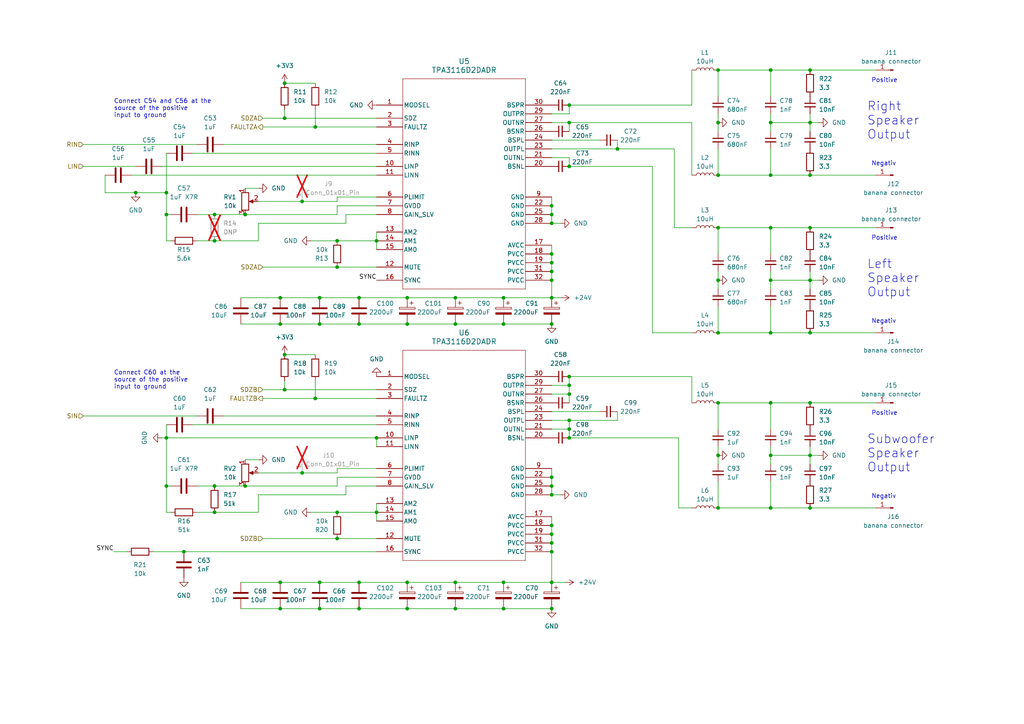
<source format=kicad_sch>
(kicad_sch (version 20231120) (generator "eeschema") (generator_version "8.0")
  (paper "A4")
  (junction (at 165.1 124.46))
  (junction (at 208.28 50.8))
  (junction (at 118.11 93.98))
  (junction (at 234.95 116.84))
  (junction (at 62.23 69.85))
  (junction (at 208.28 147.32))
  (junction (at 223.52 132.08))
  (junction (at 132.08 93.98))
  (junction (at 160.02 160.02))
  (junction (at 160.02 78.74))
  (junction (at 71.12 140.97))
  (junction (at 208.28 20.32))
  (junction (at 92.71 86.36))
  (junction (at 223.52 116.84))
  (junction (at 146.05 86.36))
  (junction (at 160.02 59.69))
  (junction (at 160.02 62.23))
  (junction (at 48.26 127))
  (junction (at 87.63 137.16))
  (junction (at 208.28 66.04))
  (junction (at 81.28 86.36))
  (junction (at 234.95 35.56))
  (junction (at 160.02 86.36))
  (junction (at 208.28 132.08))
  (junction (at 104.14 93.98))
  (junction (at 165.1 114.3))
  (junction (at 104.14 86.36))
  (junction (at 223.52 66.04))
  (junction (at 165.1 121.92))
  (junction (at 97.79 156.21))
  (junction (at 146.05 176.53))
  (junction (at 39.37 55.88))
  (junction (at 48.26 140.97))
  (junction (at 48.26 55.88))
  (junction (at 223.52 35.56))
  (junction (at 91.44 36.83))
  (junction (at 165.1 109.22))
  (junction (at 234.95 66.04))
  (junction (at 160.02 176.53))
  (junction (at 208.28 81.28))
  (junction (at 160.02 73.66))
  (junction (at 234.95 20.32))
  (junction (at 160.02 81.28))
  (junction (at 179.07 43.18))
  (junction (at 160.02 157.48))
  (junction (at 234.95 132.08))
  (junction (at 165.1 111.76))
  (junction (at 160.02 64.77))
  (junction (at 92.71 168.91))
  (junction (at 165.1 127))
  (junction (at 160.02 93.98))
  (junction (at 208.28 35.56))
  (junction (at 234.95 81.28))
  (junction (at 104.14 168.91))
  (junction (at 160.02 138.43))
  (junction (at 81.28 176.53))
  (junction (at 208.28 96.52))
  (junction (at 223.52 96.52))
  (junction (at 82.55 34.29))
  (junction (at 118.11 168.91))
  (junction (at 223.52 20.32))
  (junction (at 97.79 148.59))
  (junction (at 160.02 168.91))
  (junction (at 71.12 62.23))
  (junction (at 81.28 93.98))
  (junction (at 132.08 168.91))
  (junction (at 62.23 62.23))
  (junction (at 82.55 24.13))
  (junction (at 91.44 115.57))
  (junction (at 53.34 160.02))
  (junction (at 146.05 168.91))
  (junction (at 146.05 93.98))
  (junction (at 132.08 176.53))
  (junction (at 234.95 50.8))
  (junction (at 160.02 76.2))
  (junction (at 234.95 147.32))
  (junction (at 160.02 152.4))
  (junction (at 160.02 154.94))
  (junction (at 82.55 113.03))
  (junction (at 109.22 127))
  (junction (at 234.95 96.52))
  (junction (at 165.1 35.56))
  (junction (at 87.63 58.42))
  (junction (at 118.11 176.53))
  (junction (at 81.28 168.91))
  (junction (at 97.79 69.85))
  (junction (at 223.52 81.28))
  (junction (at 208.28 116.84))
  (junction (at 165.1 30.48))
  (junction (at 92.71 176.53))
  (junction (at 97.79 77.47))
  (junction (at 92.71 93.98))
  (junction (at 104.14 176.53))
  (junction (at 118.11 86.36))
  (junction (at 132.08 86.36))
  (junction (at 160.02 143.51))
  (junction (at 109.22 69.85))
  (junction (at 223.52 50.8))
  (junction (at 109.22 148.59))
  (junction (at 62.23 140.97))
  (junction (at 160.02 140.97))
  (junction (at 82.55 102.87))
  (junction (at 48.26 62.23))
  (junction (at 62.23 148.59))
  (junction (at 223.52 147.32))
  (junction (at 165.1 48.26))
  (wire (pts (xy 234.95 81.28) (xy 237.49 81.28)))
  (wire (pts (xy 165.1 127) (xy 196.85 127)))
  (wire (pts (xy 104.14 168.91) (xy 118.11 168.91)))
  (wire (pts (xy 223.52 33.02) (xy 223.52 35.56)))
  (wire (pts (xy 165.1 33.02) (xy 165.1 30.48)))
  (wire (pts (xy 160.02 119.38) (xy 173.99 119.38)))
  (wire (pts (xy 160.02 114.3) (xy 165.1 114.3)))
  (wire (pts (xy 74.93 137.16) (xy 87.63 137.16)))
  (wire (pts (xy 200.66 30.48) (xy 165.1 30.48)))
  (wire (pts (xy 48.26 148.59) (xy 49.53 148.59)))
  (wire (pts (xy 223.52 35.56) (xy 234.95 35.56)))
  (wire (pts (xy 62.23 69.85) (xy 74.93 69.85)))
  (wire (pts (xy 195.58 66.04) (xy 200.66 66.04)))
  (wire (pts (xy 97.79 148.59) (xy 109.22 148.59)))
  (wire (pts (xy 234.95 129.54) (xy 234.95 132.08)))
  (wire (pts (xy 165.1 121.92) (xy 165.1 124.46)))
  (wire (pts (xy 160.02 62.23) (xy 160.02 64.77)))
  (wire (pts (xy 97.79 140.97) (xy 97.79 138.43)))
  (wire (pts (xy 160.02 78.74) (xy 160.02 81.28)))
  (wire (pts (xy 62.23 140.97) (xy 71.12 140.97)))
  (wire (pts (xy 223.52 66.04) (xy 223.52 73.66)))
  (wire (pts (xy 160.02 138.43) (xy 160.02 140.97)))
  (wire (pts (xy 91.44 115.57) (xy 109.22 115.57)))
  (wire (pts (xy 92.71 93.98) (xy 104.14 93.98)))
  (wire (pts (xy 200.66 109.22) (xy 165.1 109.22)))
  (wire (pts (xy 208.28 96.52) (xy 208.28 88.9)))
  (wire (pts (xy 91.44 36.83) (xy 109.22 36.83)))
  (wire (pts (xy 234.95 20.32) (xy 254 20.32)))
  (wire (pts (xy 189.23 48.26) (xy 189.23 96.52)))
  (wire (pts (xy 100.33 64.77) (xy 74.93 64.77)))
  (wire (pts (xy 44.45 160.02) (xy 53.34 160.02)))
  (wire (pts (xy 74.93 64.77) (xy 74.93 69.85)))
  (wire (pts (xy 109.22 140.97) (xy 100.33 140.97)))
  (wire (pts (xy 165.1 48.26) (xy 189.23 48.26)))
  (wire (pts (xy 46.99 127) (xy 48.26 127)))
  (wire (pts (xy 179.07 119.38) (xy 179.07 121.92)))
  (wire (pts (xy 82.55 34.29) (xy 109.22 34.29)))
  (wire (pts (xy 97.79 58.42) (xy 97.79 57.15)))
  (wire (pts (xy 196.85 147.32) (xy 200.66 147.32)))
  (wire (pts (xy 208.28 132.08) (xy 208.28 134.62)))
  (wire (pts (xy 118.11 168.91) (xy 132.08 168.91)))
  (wire (pts (xy 104.14 176.53) (xy 118.11 176.53)))
  (wire (pts (xy 81.28 86.36) (xy 92.71 86.36)))
  (wire (pts (xy 179.07 43.18) (xy 195.58 43.18)))
  (wire (pts (xy 234.95 132.08) (xy 237.49 132.08)))
  (wire (pts (xy 24.13 41.91) (xy 57.15 41.91)))
  (wire (pts (xy 55.88 44.45) (xy 109.22 44.45)))
  (wire (pts (xy 165.1 35.56) (xy 165.1 38.1)))
  (wire (pts (xy 208.28 129.54) (xy 208.28 132.08)))
  (wire (pts (xy 223.52 35.56) (xy 223.52 38.1)))
  (wire (pts (xy 64.77 120.65) (xy 109.22 120.65)))
  (wire (pts (xy 76.2 77.47) (xy 97.79 77.47)))
  (wire (pts (xy 48.26 123.19) (xy 48.26 127)))
  (wire (pts (xy 208.28 116.84) (xy 223.52 116.84)))
  (wire (pts (xy 81.28 93.98) (xy 92.71 93.98)))
  (wire (pts (xy 76.2 115.57) (xy 91.44 115.57)))
  (wire (pts (xy 160.02 76.2) (xy 160.02 78.74)))
  (wire (pts (xy 165.1 111.76) (xy 165.1 109.22)))
  (wire (pts (xy 132.08 176.53) (xy 146.05 176.53)))
  (wire (pts (xy 234.95 96.52) (xy 254 96.52)))
  (wire (pts (xy 223.52 116.84) (xy 223.52 124.46)))
  (wire (pts (xy 208.28 147.32) (xy 208.28 139.7)))
  (wire (pts (xy 48.26 55.88) (xy 48.26 62.23)))
  (wire (pts (xy 160.02 168.91) (xy 146.05 168.91)))
  (wire (pts (xy 223.52 81.28) (xy 234.95 81.28)))
  (wire (pts (xy 132.08 86.36) (xy 146.05 86.36)))
  (wire (pts (xy 208.28 116.84) (xy 208.28 124.46)))
  (wire (pts (xy 30.48 55.88) (xy 39.37 55.88)))
  (wire (pts (xy 165.1 114.3) (xy 165.1 116.84)))
  (wire (pts (xy 62.23 148.59) (xy 74.93 148.59)))
  (wire (pts (xy 200.66 20.32) (xy 200.66 30.48)))
  (wire (pts (xy 57.15 140.97) (xy 62.23 140.97)))
  (wire (pts (xy 118.11 86.36) (xy 132.08 86.36)))
  (wire (pts (xy 97.79 62.23) (xy 97.79 59.69)))
  (wire (pts (xy 97.79 77.47) (xy 109.22 77.47)))
  (wire (pts (xy 24.13 48.26) (xy 39.37 48.26)))
  (wire (pts (xy 74.93 143.51) (xy 74.93 148.59)))
  (wire (pts (xy 109.22 62.23) (xy 100.33 62.23)))
  (wire (pts (xy 234.95 35.56) (xy 237.49 35.56)))
  (wire (pts (xy 92.71 86.36) (xy 104.14 86.36)))
  (wire (pts (xy 97.79 156.21) (xy 109.22 156.21)))
  (wire (pts (xy 104.14 93.98) (xy 118.11 93.98)))
  (wire (pts (xy 160.02 135.89) (xy 160.02 138.43)))
  (wire (pts (xy 234.95 81.28) (xy 234.95 83.82)))
  (wire (pts (xy 82.55 24.13) (xy 91.44 24.13)))
  (wire (pts (xy 200.66 109.22) (xy 200.66 116.84)))
  (wire (pts (xy 165.1 124.46) (xy 160.02 124.46)))
  (wire (pts (xy 223.52 78.74) (xy 223.52 81.28)))
  (wire (pts (xy 76.2 113.03) (xy 82.55 113.03)))
  (wire (pts (xy 160.02 71.12) (xy 160.02 73.66)))
  (wire (pts (xy 81.28 176.53) (xy 69.85 176.53)))
  (wire (pts (xy 100.33 140.97) (xy 100.33 143.51)))
  (wire (pts (xy 48.26 140.97) (xy 49.53 140.97)))
  (wire (pts (xy 160.02 59.69) (xy 160.02 62.23)))
  (wire (pts (xy 97.79 59.69) (xy 109.22 59.69)))
  (wire (pts (xy 223.52 139.7) (xy 223.52 147.32)))
  (wire (pts (xy 208.28 78.74) (xy 208.28 81.28)))
  (wire (pts (xy 38.1 50.8) (xy 109.22 50.8)))
  (wire (pts (xy 81.28 168.91) (xy 69.85 168.91)))
  (wire (pts (xy 33.02 160.02) (xy 36.83 160.02)))
  (wire (pts (xy 208.28 81.28) (xy 208.28 83.82)))
  (wire (pts (xy 81.28 86.36) (xy 69.85 86.36)))
  (wire (pts (xy 223.52 88.9) (xy 223.52 96.52)))
  (wire (pts (xy 223.52 43.18) (xy 223.52 50.8)))
  (wire (pts (xy 46.99 48.26) (xy 109.22 48.26)))
  (wire (pts (xy 57.15 62.23) (xy 62.23 62.23)))
  (wire (pts (xy 97.79 69.85) (xy 90.17 69.85)))
  (wire (pts (xy 91.44 110.49) (xy 91.44 115.57)))
  (wire (pts (xy 165.1 45.72) (xy 165.1 48.26)))
  (wire (pts (xy 223.52 132.08) (xy 234.95 132.08)))
  (wire (pts (xy 104.14 86.36) (xy 118.11 86.36)))
  (wire (pts (xy 163.83 168.91) (xy 160.02 168.91)))
  (wire (pts (xy 208.28 147.32) (xy 223.52 147.32)))
  (wire (pts (xy 165.1 124.46) (xy 165.1 127)))
  (wire (pts (xy 165.1 111.76) (xy 165.1 114.3)))
  (wire (pts (xy 208.28 20.32) (xy 223.52 20.32)))
  (wire (pts (xy 81.28 93.98) (xy 69.85 93.98)))
  (wire (pts (xy 160.02 157.48) (xy 160.02 160.02)))
  (wire (pts (xy 74.93 133.35) (xy 71.12 133.35)))
  (wire (pts (xy 30.48 55.88) (xy 30.48 50.8)))
  (wire (pts (xy 160.02 43.18) (xy 179.07 43.18)))
  (wire (pts (xy 160.02 35.56) (xy 165.1 35.56)))
  (wire (pts (xy 234.95 78.74) (xy 234.95 81.28)))
  (wire (pts (xy 160.02 152.4) (xy 160.02 154.94)))
  (wire (pts (xy 109.22 148.59) (xy 109.22 151.13)))
  (wire (pts (xy 76.2 36.83) (xy 91.44 36.83)))
  (wire (pts (xy 160.02 73.66) (xy 160.02 76.2)))
  (wire (pts (xy 132.08 93.98) (xy 146.05 93.98)))
  (wire (pts (xy 48.26 62.23) (xy 49.53 62.23)))
  (wire (pts (xy 97.79 138.43) (xy 109.22 138.43)))
  (wire (pts (xy 223.52 147.32) (xy 234.95 147.32)))
  (wire (pts (xy 57.15 69.85) (xy 62.23 69.85)))
  (wire (pts (xy 223.52 81.28) (xy 223.52 83.82)))
  (wire (pts (xy 160.02 81.28) (xy 160.02 86.36)))
  (wire (pts (xy 189.23 96.52) (xy 200.66 96.52)))
  (wire (pts (xy 223.52 20.32) (xy 234.95 20.32)))
  (wire (pts (xy 39.37 55.88) (xy 48.26 55.88)))
  (wire (pts (xy 48.26 140.97) (xy 48.26 148.59)))
  (wire (pts (xy 55.88 123.19) (xy 109.22 123.19)))
  (wire (pts (xy 97.79 148.59) (xy 90.17 148.59)))
  (wire (pts (xy 179.07 40.64) (xy 179.07 43.18)))
  (wire (pts (xy 97.79 69.85) (xy 109.22 69.85)))
  (wire (pts (xy 132.08 168.91) (xy 146.05 168.91)))
  (wire (pts (xy 162.56 86.36) (xy 160.02 86.36)))
  (wire (pts (xy 160.02 140.97) (xy 160.02 143.51)))
  (wire (pts (xy 234.95 35.56) (xy 234.95 38.1)))
  (wire (pts (xy 223.52 132.08) (xy 223.52 134.62)))
  (wire (pts (xy 82.55 31.75) (xy 82.55 34.29)))
  (wire (pts (xy 82.55 110.49) (xy 82.55 113.03)))
  (wire (pts (xy 234.95 66.04) (xy 254 66.04)))
  (wire (pts (xy 97.79 57.15) (xy 109.22 57.15)))
  (wire (pts (xy 100.33 143.51) (xy 74.93 143.51)))
  (wire (pts (xy 71.12 62.23) (xy 97.79 62.23)))
  (wire (pts (xy 208.28 66.04) (xy 223.52 66.04)))
  (wire (pts (xy 118.11 93.98) (xy 132.08 93.98)))
  (wire (pts (xy 109.22 69.85) (xy 109.22 72.39)))
  (wire (pts (xy 208.28 20.32) (xy 208.28 27.94)))
  (wire (pts (xy 234.95 116.84) (xy 254 116.84)))
  (wire (pts (xy 223.52 66.04) (xy 234.95 66.04)))
  (wire (pts (xy 195.58 43.18) (xy 195.58 66.04)))
  (wire (pts (xy 165.1 35.56) (xy 200.66 35.56)))
  (wire (pts (xy 62.23 62.23) (xy 71.12 62.23)))
  (wire (pts (xy 104.14 168.91) (xy 92.71 168.91)))
  (wire (pts (xy 160.02 176.53) (xy 146.05 176.53)))
  (wire (pts (xy 208.28 50.8) (xy 223.52 50.8)))
  (wire (pts (xy 109.22 127) (xy 109.22 129.54)))
  (wire (pts (xy 160.02 45.72) (xy 165.1 45.72)))
  (wire (pts (xy 160.02 33.02) (xy 165.1 33.02)))
  (wire (pts (xy 76.2 34.29) (xy 82.55 34.29)))
  (wire (pts (xy 160.02 93.98) (xy 146.05 93.98)))
  (wire (pts (xy 82.55 113.03) (xy 109.22 113.03)))
  (wire (pts (xy 223.52 20.32) (xy 223.52 27.94)))
  (wire (pts (xy 200.66 35.56) (xy 200.66 50.8)))
  (wire (pts (xy 234.95 132.08) (xy 234.95 134.62)))
  (wire (pts (xy 160.02 57.15) (xy 160.02 59.69)))
  (wire (pts (xy 92.71 176.53) (xy 81.28 176.53)))
  (wire (pts (xy 57.15 148.59) (xy 62.23 148.59)))
  (wire (pts (xy 208.28 33.02) (xy 208.28 35.56)))
  (wire (pts (xy 160.02 111.76) (xy 165.1 111.76)))
  (wire (pts (xy 160.02 86.36) (xy 146.05 86.36)))
  (wire (pts (xy 160.02 149.86) (xy 160.02 152.4)))
  (wire (pts (xy 234.95 33.02) (xy 234.95 35.56)))
  (wire (pts (xy 223.52 116.84) (xy 234.95 116.84)))
  (wire (pts (xy 64.77 41.91) (xy 109.22 41.91)))
  (wire (pts (xy 208.28 96.52) (xy 223.52 96.52)))
  (wire (pts (xy 91.44 31.75) (xy 91.44 36.83)))
  (wire (pts (xy 165.1 121.92) (xy 179.07 121.92)))
  (wire (pts (xy 104.14 176.53) (xy 92.71 176.53)))
  (wire (pts (xy 160.02 160.02) (xy 160.02 168.91)))
  (wire (pts (xy 196.85 127) (xy 196.85 147.32)))
  (wire (pts (xy 223.52 96.52) (xy 234.95 96.52)))
  (wire (pts (xy 160.02 154.94) (xy 160.02 157.48)))
  (wire (pts (xy 208.28 35.56) (xy 208.28 38.1)))
  (wire (pts (xy 97.79 137.16) (xy 97.79 135.89)))
  (wire (pts (xy 118.11 176.53) (xy 132.08 176.53)))
  (wire (pts (xy 48.26 69.85) (xy 49.53 69.85)))
  (wire (pts (xy 208.28 66.04) (xy 208.28 73.66)))
  (wire (pts (xy 87.63 137.16) (xy 97.79 137.16)))
  (wire (pts (xy 162.56 143.51) (xy 160.02 143.51)))
  (wire (pts (xy 87.63 58.42) (xy 97.79 58.42)))
  (wire (pts (xy 48.26 62.23) (xy 48.26 69.85)))
  (wire (pts (xy 223.52 129.54) (xy 223.52 132.08)))
  (wire (pts (xy 97.79 135.89) (xy 109.22 135.89)))
  (wire (pts (xy 162.56 64.77) (xy 160.02 64.77)))
  (wire (pts (xy 109.22 146.05) (xy 109.22 148.59)))
  (wire (pts (xy 74.93 58.42) (xy 87.63 58.42)))
  (wire (pts (xy 234.95 147.32) (xy 254 147.32)))
  (wire (pts (xy 24.13 120.65) (xy 57.15 120.65)))
  (wire (pts (xy 74.93 54.61) (xy 71.12 54.61)))
  (wire (pts (xy 234.95 50.8) (xy 254 50.8)))
  (wire (pts (xy 48.26 127) (xy 48.26 140.97)))
  (wire (pts (xy 53.34 160.02) (xy 109.22 160.02)))
  (wire (pts (xy 48.26 44.45) (xy 48.26 55.88)))
  (wire (pts (xy 165.1 121.92) (xy 160.02 121.92)))
  (wire (pts (xy 48.26 127) (xy 109.22 127)))
  (wire (pts (xy 82.55 102.87) (xy 91.44 102.87)))
  (wire (pts (xy 223.52 50.8) (xy 234.95 50.8)))
  (wire (pts (xy 109.22 67.31) (xy 109.22 69.85)))
  (wire (pts (xy 76.2 156.21) (xy 97.79 156.21)))
  (wire (pts (xy 160.02 40.64) (xy 173.99 40.64)))
  (wire (pts (xy 208.28 50.8) (xy 208.28 43.18)))
  (wire (pts (xy 71.12 140.97) (xy 97.79 140.97)))
  (wire (pts (xy 100.33 62.23) (xy 100.33 64.77)))
  (wire (pts (xy 81.28 168.91) (xy 92.71 168.91)))
  (text "Negativ" (at 252.73 48.26 0) (effects (font (size 1.27 1.27)) (justify left bottom)))
  (text "Negativ" (at 252.73 144.78 0) (effects (font (size 1.27 1.27)) (justify left bottom)))
  (text "Subwoofer \nSpeaker \nOutput" (at 251.46 137.16 0) (effects (font (size 2.54 2.54)) (justify left bottom)))
  (text "Positive" (at 252.73 24.13 0) (effects (font (size 1.27 1.27)) (justify left bottom)))
  (text "Connect C54 and C56 at the \nsource of the positive \ninput to ground" (at 33.02 34.29 0) (effects (font (size 1.27 1.27)) (justify left bottom)))
  (text "Positive" (at 252.73 69.85 0) (effects (font (size 1.27 1.27)) (justify left bottom)))
  (text "Negativ" (at 252.73 93.98 0) (effects (font (size 1.27 1.27)) (justify left bottom)))
  (text "Left \nSpeaker \nOutput" (at 251.46 86.36 0) (effects (font (size 2.54 2.54)) (justify left bottom)))
  (text "Connect C60 at the \nsource of the positive \ninput to ground" (at 33.02 113.03 0) (effects (font (size 1.27 1.27)) (justify left bottom)))
  (text "Positive" (at 252.73 120.65 0) (effects (font (size 1.27 1.27)) (justify left bottom)))
  (text "Right \nSpeaker \nOutput" (at 251.46 40.64 0) (effects (font (size 2.54 2.54)) (justify left bottom)))
  (label "SYNC" (at 33.02 160.02 180))
  (label "SYNC" (at 109.22 81.28 180))
  (hierarchical_label "SDZA" (shape input) (at 76.2 34.29 180))
  (hierarchical_label "SIN" (shape input) (at 24.13 120.65 180))
  (hierarchical_label "FAULTZA" (shape output) (at 76.2 36.83 180))
  (hierarchical_label "RIN" (shape input) (at 24.13 41.91 180))
  (hierarchical_label "LIN" (shape input) (at 24.13 48.26 180))
  (hierarchical_label "SDZB" (shape input) (at 76.2 156.21 180))
  (hierarchical_label "SDZA" (shape input) (at 76.2 77.47 180))
  (hierarchical_label "FAULTZB" (shape output) (at 76.2 115.57 180))
  (hierarchical_label "SDZB" (shape input) (at 76.2 113.03 180))
  (symbol (lib_id "Endstufe:C_Small") (at 162.56 30.48 90) (unit 1)
    (property "Reference" "C64" (at 162.5663 24.13 90))
    (property "Value" "220nF" (at 162.5663 26.67 90))
    (property "Footprint" "Endstufe:C_0805_2012Metric" (effects (hide yes)))
    (property "LCSC Part #" "C5378" (effects (hide yes)))
  )
  (symbol (lib_id "Endstufe:R") (at 97.79 73.66 0) (unit 1)
    (property "Reference" "R13" (at 95.25 74.93 0) (effects (justify right)))
    (property "Value" "10k" (at 95.25 72.39 0) (effects (justify right)))
    (property "Footprint" "Endstufe:C_0402_1005Metric" (effects (hide yes)))
    (property "LCSC Part #" "C25744" (effects (hide yes)))
  )
  (symbol (lib_id "Endstufe:C") (at 104.14 172.72 0) (mirror y) (unit 1)
    (property "Reference" "C66" (at 100.33 171.45 0) (effects (justify left)))
    (property "Value" "100nF" (at 100.33 173.99 0) (effects (justify left)))
    (property "Footprint" "Endstufe:C_0402_1005Metric" (effects (hide yes)))
    (property "LCSC Part #" "C307331" (effects (hide yes)))
  )
  (symbol (lib_id "Endstufe:R") (at 53.34 148.59 270) (unit 1)
    (property "Reference" "R16" (at 53.34 151.13 90))
    (property "Value" "51k" (at 53.34 153.67 90))
    (property "Footprint" "Endstufe:R_0402_1005Metric" (effects (hide yes)))
    (property "LCSC Part #" "C25794" (effects (hide yes)))
  )
  (symbol (lib_id "Endstufe:C_Small") (at 176.53 40.64 90) (unit 1)
    (property "Reference" "C72" (at 182.88 38.1 90))
    (property "Value" "220nF" (at 182.88 40.64 90))
    (property "Footprint" "Endstufe:C_0805_2012Metric" (effects (hide yes)))
    (property "LCSC Part #" "C5378" (effects (hide yes)))
  )
  (symbol (lib_id "Endstufe:C_Small") (at 234.95 76.2 0) (unit 1)
    (property "Reference" "C84" (at 237.49 74.9363 0) (effects (justify left)))
    (property "Value" "10nF" (at 237.49 77.4763 0) (effects (justify left)))
    (property "Footprint" "Endstufe:C_1206_3216Metric" (effects (hide yes)))
    (property "LCSC Part #" "C9194" (effects (hide yes)))
  )
  (symbol (lib_id "Endstufe:R_Potentiometer") (at 71.12 137.16 0) (unit 1)
    (property "Reference" "RV2" (at 68.58 135.89 0) (effects (justify right)))
    (property "Value" "10k" (at 68.58 138.43 0) (effects (justify right)))
    (property "Footprint" "Endstufe:Potentiometer_Bourns_3314G_Vertical" (effects (hide yes)))
    (property "LCSC Part #" "C780220" (effects (hide yes)))
  )
  (symbol (lib_id "Endstufe:L") (at 204.47 66.04 90) (unit 1)
    (property "Reference" "L3" (at 204.47 60.96 90))
    (property "Value" "10uH" (at 204.47 63.5 90))
    (property "Footprint" "Endstufe:IND-SMD_L8.5-W8.0_PCC-M0854M" (effects (hide yes)))
    (property "LCSC Part #" "C2962885" (effects (hide yes)))
  )
  (symbol (lib_id "Endstufe:GND") (at 160.02 93.98 0) (mirror y) (unit 1)
    (property "Reference" "#PWR065" (effects (hide yes)))
    (property "Value" "GND" (at 160.02 99.06 0))
  )
  (symbol (lib_id "Endstufe:C_Small") (at 162.56 48.26 90) (unit 1)
    (property "Reference" "C73" (at 168.91 44.45 90))
    (property "Value" "220nF" (at 168.91 46.99 90))
    (property "Footprint" "Endstufe:C_0805_2012Metric" (effects (hide yes)))
    (property "LCSC Part #" "C5378" (effects (hide yes)))
  )
  (symbol (lib_id "Endstufe:C") (at 52.07 44.45 90) (unit 1)
    (property "Reference" "C54" (at 52.07 36.83 90))
    (property "Value" "1uF" (at 52.07 39.37 90))
    (property "Footprint" "Endstufe:C_0805_2012Metric" (effects (hide yes)))
    (property "LCSC Part #" "C28323" (effects (hide yes)))
  )
  (symbol (lib_id "Endstufe:C_Small") (at 208.28 127 0) (unit 1)
    (property "Reference" "C92" (at 210.82 125.7363 0) (effects (justify left)))
    (property "Value" "1uF" (at 210.82 128.2763 0) (effects (justify left)))
    (property "Footprint" "Endstufe:C_0805_2012Metric" (effects (hide yes)))
    (property "LCSC Part #" "C28323" (effects (hide yes)))
  )
  (symbol (lib_id "Endstufe:Conn_01x01_Pin") (at 87.63 132.08 270) (unit 1) (dnp yes)
    (property "Reference" "J10" (at 95.25 132.08 90))
    (property "Value" "Conn_01x01_Pin" (at 96.52 134.62 90))
    (property "Footprint" "Endstufe:PinHeader_1x01_P2.54mm_Vertical" (effects (hide yes)))
    (property "LCSC Part #" "-" (effects (hide yes)))
  )
  (symbol (lib_id "Endstufe:C_Small") (at 162.56 116.84 90) (unit 1)
    (property "Reference" "C59" (at 168.91 115.57 90))
    (property "Value" "220nF" (at 168.91 118.11 90))
    (property "Footprint" "Endstufe:C_0805_2012Metric" (effects (hide yes)))
    (property "LCSC Part #" "C5378" (effects (hide yes)))
  )
  (symbol (lib_id "Endstufe:C") (at 104.14 90.17 0) (mirror y) (unit 1)
    (property "Reference" "C89" (at 100.33 88.9 0) (effects (justify left)))
    (property "Value" "100nF" (at 100.33 91.44 0) (effects (justify left)))
    (property "Footprint" "Endstufe:C_0402_1005Metric" (effects (hide yes)))
    (property "LCSC Part #" "C307331" (effects (hide yes)))
  )
  (symbol (lib_id "Endstufe:R") (at 234.95 143.51 0) (unit 1)
    (property "Reference" "R27" (at 237.49 142.24 0) (effects (justify left)))
    (property "Value" "3.3" (at 237.49 144.78 0) (effects (justify left)))
    (property "Footprint" "Endstufe:R_1206_3216Metric" (effects (hide yes)))
    (property "LCSC Part #" "C2930397" (effects (hide yes)))
  )
  (symbol (lib_id "Endstufe:C_Small") (at 208.28 30.48 0) (unit 1)
    (property "Reference" "C74" (at 210.82 29.2163 0) (effects (justify left)))
    (property "Value" "680nF" (at 210.82 31.7563 0) (effects (justify left)))
    (property "Footprint" "Endstufe:C_1206_3216Metric" (effects (hide yes)))
    (property "LCSC Part #" "C2835168" (effects (hide yes)))
  )
  (symbol (lib_id "Endstufe:GND") (at 53.34 167.64 0) (unit 1)
    (property "Reference" "#PWR064" (effects (hide yes)))
    (property "Value" "GND" (at 53.34 172.72 0))
  )
  (symbol (lib_id "Endstufe:C") (at 34.29 50.8 90) (unit 1)
    (property "Reference" "C56" (at 34.29 43.18 90))
    (property "Value" "1uF" (at 34.29 45.72 90))
    (property "Footprint" "Endstufe:C_0805_2012Metric" (effects (hide yes)))
    (property "LCSC Part #" "C28323" (effects (hide yes)))
  )
  (symbol (lib_id "Endstufe:Conn_01x01_Pin") (at 259.08 66.04 180) (unit 1)
    (property "Reference" "J13" (at 258.445 60.96 0))
    (property "Value" "banana connector" (at 258.445 63.5 0))
    (property "Footprint" "Endstufe:CONN_973582100_HRS" (effects (hide yes)))
    (property "LCSC Part #" "-" (effects (hide yes)))
  )
  (symbol (lib_id "Endstufe:C_Polarized") (at 146.05 172.72 0) (mirror y) (unit 1)
    (property "Reference" "C71" (at 142.24 170.561 0) (effects (justify left)))
    (property "Value" "2200uF" (at 142.24 173.101 0) (effects (justify left)))
    (property "Footprint" "Endstufe:CP_Radial_D18.0mm_P7.50mm" (effects (hide yes)))
    (property "LCSC Part #" "C443034" (effects (hide yes)))
  )
  (symbol (lib_id "Endstufe:Conn_01x01_Pin") (at 259.08 50.8 180) (unit 1)
    (property "Reference" "J12" (at 259.08 53.34 0))
    (property "Value" "banana connector" (at 259.08 55.88 0))
    (property "Footprint" "Endstufe:CONN_973582100_HRS" (effects (hide yes)))
    (property "LCSC Part #" "-" (effects (hide yes)))
  )
  (symbol (lib_id "Endstufe:L") (at 204.47 116.84 90) (unit 1)
    (property "Reference" "L5" (at 204.47 111.76 90))
    (property "Value" "10uH" (at 204.47 114.3 90))
    (property "Footprint" "Endstufe:IND-SMD_L8.5-W8.0_PCC-M0854M" (effects (hide yes)))
    (property "LCSC Part #" "C2962885" (effects (hide yes)))
  )
  (symbol (lib_id "Endstufe:C") (at 81.28 172.72 0) (mirror y) (unit 1)
    (property "Reference" "C68" (at 77.47 171.45 0) (effects (justify left)))
    (property "Value" "10uF" (at 77.47 173.99 0) (effects (justify left)))
    (property "Footprint" "Endstufe:C_1206_3216Metric" (effects (hide yes)))
    (property "LCSC Part #" "C89632" (effects (hide yes)))
  )
  (symbol (lib_id "Endstufe:C_Small") (at 234.95 40.64 0) (unit 1)
    (property "Reference" "C80" (at 237.49 39.3763 0) (effects (justify left)))
    (property "Value" "10nF" (at 237.49 41.9163 0) (effects (justify left)))
    (property "Footprint" "Endstufe:C_1206_3216Metric" (effects (hide yes)))
    (property "LCSC Part #" "C9194" (effects (hide yes)))
  )
  (symbol (lib_id "Endstufe:R") (at 62.23 144.78 0) (unit 1)
    (property "Reference" "R17" (at 64.77 143.51 0) (effects (justify left)))
    (property "Value" "51k" (at 64.77 146.05 0) (effects (justify left)))
    (property "Footprint" "Endstufe:R_0402_1005Metric" (effects (hide yes)))
    (property "LCSC Part #" "C25794" (effects (hide yes)))
  )
  (symbol (lib_id "Endstufe:L") (at 204.47 96.52 90) (unit 1)
    (property "Reference" "L4" (at 204.47 91.44 90))
    (property "Value" "10uH" (at 204.47 93.98 90))
    (property "Footprint" "Endstufe:IND-SMD_L8.5-W8.0_PCC-M0854M" (effects (hide yes)))
    (property "LCSC Part #" "C2962885" (effects (hide yes)))
  )
  (symbol (lib_id "Endstufe:C_Polarized") (at 132.08 90.17 0) (mirror y) (unit 1)
    (property "Reference" "C101" (at 128.27 88.011 0) (effects (justify left)))
    (property "Value" "2200uF" (at 128.27 90.551 0) (effects (justify left)))
    (property "Footprint" "Endstufe:CP_Radial_D18.0mm_P7.50mm" (effects (hide yes)))
    (property "LCSC Part #" "C443034" (effects (hide yes)))
  )
  (symbol (lib_id "Endstufe:C") (at 69.85 172.72 0) (mirror y) (unit 1)
    (property "Reference" "C69" (at 66.04 171.45 0) (effects (justify left)))
    (property "Value" "10uF" (at 66.04 173.99 0) (effects (justify left)))
    (property "Footprint" "Endstufe:C_1206_3216Metric" (effects (hide yes)))
    (property "LCSC Part #" "C89632" (effects (hide yes)))
  )
  (symbol (lib_id "Endstufe:C") (at 53.34 62.23 90) (unit 1)
    (property "Reference" "C57" (at 53.34 54.61 90))
    (property "Value" "1uF X7R" (at 53.34 57.15 90))
    (property "Footprint" "Endstufe:C_0805_2012Metric" (effects (hide yes)))
    (property "LCSC Part #" "C28323" (effects (hide yes)))
  )
  (symbol (lib_id "Endstufe:R") (at 234.95 24.13 0) (unit 1)
    (property "Reference" "R22" (at 237.49 22.86 0) (effects (justify left)))
    (property "Value" "3.3" (at 237.49 25.4 0) (effects (justify left)))
    (property "Footprint" "Endstufe:R_1206_3216Metric" (effects (hide yes)))
    (property "LCSC Part #" "C2930397" (effects (hide yes)))
  )
  (symbol (lib_id "Endstufe:R") (at 97.79 152.4 0) (unit 1)
    (property "Reference" "R20" (at 95.25 153.67 0) (effects (justify right)))
    (property "Value" "10k" (at 95.25 151.13 0) (effects (justify right)))
    (property "Footprint" "Endstufe:C_0402_1005Metric" (effects (hide yes)))
    (property "LCSC Part #" "C25744" (effects (hide yes)))
  )
  (symbol (lib_id "Endstufe:C_Small") (at 223.52 86.36 0) (unit 1)
    (property "Reference" "C83" (at 226.06 85.0963 0) (effects (justify left)))
    (property "Value" "1nF" (at 226.06 87.6363 0) (effects (justify left)))
    (property "Footprint" "Endstufe:C_1206_3216Metric" (effects (hide yes)))
    (property "LCSC Part #" "C5137603" (effects (hide yes)))
  )
  (symbol (lib_id "Endstufe:GND") (at 237.49 81.28 90) (unit 1)
    (property "Reference" "#PWR063" (effects (hide yes)))
    (property "Value" "GND" (at 241.3 81.28 90) (effects (justify right)))
  )
  (symbol (lib_id "Endstufe:C_Small") (at 234.95 137.16 0) (unit 1)
    (property "Reference" "C97" (at 237.49 135.8963 0) (effects (justify left)))
    (property "Value" "10nF" (at 237.49 138.4363 0) (effects (justify left)))
    (property "Footprint" "Endstufe:C_1206_3216Metric" (effects (hide yes)))
    (property "LCSC Part #" "C9194" (effects (hide yes)))
  )
  (symbol (lib_id "Endstufe:GND") (at 160.02 176.53 0) (mirror y) (unit 1)
    (property "Reference" "#PWR059" (effects (hide yes)))
    (property "Value" "GND" (at 160.02 181.61 0))
  )
  (symbol (lib_id "Endstufe:L") (at 204.47 50.8 90) (unit 1)
    (property "Reference" "L2" (at 204.47 45.72 90))
    (property "Value" "10uH" (at 204.47 48.26 90))
    (property "Footprint" "Endstufe:IND-SMD_L8.5-W8.0_PCC-M0854M" (effects (hide yes)))
    (property "LCSC Part #" "C2962885" (effects (hide yes)))
  )
  (symbol (lib_id "Endstufe:C") (at 92.71 90.17 0) (mirror y) (unit 1)
    (property "Reference" "C88" (at 88.9 88.9 0) (effects (justify left)))
    (property "Value" "100nF" (at 88.9 91.44 0) (effects (justify left)))
    (property "Footprint" "Endstufe:C_0402_1005Metric" (effects (hide yes)))
    (property "LCSC Part #" "C307331" (effects (hide yes)))
  )
  (symbol (lib_id "Endstufe:C_Small") (at 162.56 38.1 90) (unit 1)
    (property "Reference" "C65" (at 168.91 36.83 90))
    (property "Value" "220nF" (at 168.91 39.37 90))
    (property "Footprint" "Endstufe:C_0805_2012Metric" (effects (hide yes)))
    (property "LCSC Part #" "C5378" (effects (hide yes)))
  )
  (symbol (lib_id "Endstufe:C_Polarized") (at 160.02 172.72 0) (mirror y) (unit 1)
    (property "Reference" "C70" (at 156.21 170.561 0) (effects (justify left)))
    (property "Value" "2200uF" (at 156.21 173.101 0) (effects (justify left)))
    (property "Footprint" "Endstufe:CP_Radial_D18.0mm_P7.50mm" (effects (hide yes)))
    (property "LCSC Part #" "C443034" (effects (hide yes)))
  )
  (symbol (lib_id "Endstufe:GND") (at 39.37 55.88 0) (unit 1)
    (property "Reference" "#PWR052" (effects (hide yes)))
    (property "Value" "GND" (at 39.37 60.96 0))
  )
  (symbol (lib_id "Endstufe:C") (at 69.85 90.17 0) (mirror y) (unit 1)
    (property "Reference" "C86" (at 66.04 88.9 0) (effects (justify left)))
    (property "Value" "10uF" (at 66.04 91.44 0) (effects (justify left)))
    (property "Footprint" "Endstufe:C_1206_3216Metric" (effects (hide yes)))
    (property "LCSC Part #" "C89632" (effects (hide yes)))
  )
  (symbol (lib_id "Endstufe:R") (at 91.44 106.68 180) (unit 1)
    (property "Reference" "R19" (at 93.98 105.41 0) (effects (justify right)))
    (property "Value" "10k" (at 93.98 107.95 0) (effects (justify right)))
    (property "Footprint" "Endstufe:C_0402_1005Metric" (effects (hide yes)))
    (property "LCSC Part #" "C25744" (effects (hide yes)))
  )
  (symbol (lib_id "Endstufe:C_Polarized") (at 146.05 90.17 0) (mirror y) (unit 1)
    (property "Reference" "C90" (at 142.24 88.011 0) (effects (justify left)))
    (property "Value" "2200uF" (at 142.24 90.551 0) (effects (justify left)))
    (property "Footprint" "Endstufe:CP_Radial_D18.0mm_P7.50mm" (effects (hide yes)))
    (property "LCSC Part #" "C443034" (effects (hide yes)))
  )
  (symbol (lib_id "Endstufe:GND") (at 74.93 133.35 90) (unit 1)
    (property "Reference" "#PWR054" (effects (hide yes)))
    (property "Value" "GND" (at 78.74 133.35 90) (effects (justify right)))
  )
  (symbol (lib_id "Endstufe:L") (at 204.47 20.32 90) (unit 1)
    (property "Reference" "L1" (at 204.47 15.24 90))
    (property "Value" "10uH" (at 204.47 17.78 90))
    (property "Footprint" "Endstufe:IND-SMD_L8.5-W8.0_PCC-M0854M" (effects (hide yes)))
    (property "LCSC Part #" "C2962885" (effects (hide yes)))
  )
  (symbol (lib_id "Endstufe:C") (at 60.96 120.65 90) (unit 1)
    (property "Reference" "C62" (at 60.96 113.03 90))
    (property "Value" "1uF" (at 60.96 115.57 90))
    (property "Footprint" "Endstufe:C_0805_2012Metric" (effects (hide yes)))
    (property "LCSC Part #" "C28323" (effects (hide yes)))
  )
  (symbol (lib_id "Endstufe:GND") (at 46.99 127 270) (unit 1)
    (property "Reference" "#PWR050" (effects (hide yes)))
    (property "Value" "GND" (at 41.91 127 0))
  )
  (symbol (lib_id "Endstufe:Conn_01x01_Pin") (at 87.63 53.34 270) (unit 1) (dnp yes)
    (property "Reference" "J9" (at 95.25 53.34 90))
    (property "Value" "Conn_01x01_Pin" (at 96.52 55.88 90))
    (property "Footprint" "Endstufe:PinHeader_1x01_P2.54mm_Vertical" (effects (hide yes)))
    (property "LCSC Part #" "-" (effects (hide yes)))
  )
  (symbol (lib_id "Endstufe:C_Small") (at 208.28 40.64 0) (unit 1)
    (property "Reference" "C75" (at 210.82 39.3763 0) (effects (justify left)))
    (property "Value" "680nF" (at 210.82 41.9163 0) (effects (justify left)))
    (property "Footprint" "Endstufe:C_1206_3216Metric" (effects (hide yes)))
    (property "LCSC Part #" "C2835168" (effects (hide yes)))
  )
  (symbol (lib_id "Endstufe:C_Small") (at 223.52 127 0) (unit 1)
    (property "Reference" "C94" (at 226.06 125.7363 0) (effects (justify left)))
    (property "Value" "1nF" (at 226.06 128.2763 0) (effects (justify left)))
    (property "Footprint" "Endstufe:C_1206_3216Metric" (effects (hide yes)))
    (property "LCSC Part #" "C5137603" (effects (hide yes)))
  )
  (symbol (lib_id "Endstufe:GND") (at 109.22 30.48 270) (unit 1)
    (property "Reference" "#PWR048" (effects (hide yes)))
    (property "Value" "GND" (at 105.41 30.48 90) (effects (justify right)))
  )
  (symbol (lib_id "Endstufe:GND") (at 237.49 35.56 90) (unit 1)
    (property "Reference" "#PWR061" (effects (hide yes)))
    (property "Value" "GND" (at 241.3 35.56 90) (effects (justify right)))
  )
  (symbol (lib_id "Endstufe:C") (at 53.34 163.83 0) (unit 1)
    (property "Reference" "C63" (at 57.15 162.56 0) (effects (justify left)))
    (property "Value" "1nF" (at 57.15 165.1 0) (effects (justify left)))
    (property "Footprint" "Endstufe:C_1206_3216Metric" (effects (hide yes)))
    (property "LCSC Part #" "C5137603" (effects (hide yes)))
  )
  (symbol (lib_id "Endstufe:GND") (at 208.28 132.08 90) (unit 1)
    (property "Reference" "#PWR066" (effects (hide yes)))
    (property "Value" "GND" (at 212.09 132.08 90) (effects (justify right)))
  )
  (symbol (lib_id "Endstufe:GND") (at 74.93 54.61 90) (unit 1)
    (property "Reference" "#PWR053" (effects (hide yes)))
    (property "Value" "GND" (at 78.74 54.61 90) (effects (justify right)))
  )
  (symbol (lib_id "Endstufe:+3V3") (at 82.55 102.87 0) (unit 1)
    (property "Reference" "#PWR055" (effects (hide yes)))
    (property "Value" "+3V3" (at 82.55 97.79 0))
  )
  (symbol (lib_id "Endstufe:Conn_01x01_Pin") (at 259.08 116.84 180) (unit 1)
    (property "Reference" "J15" (at 258.445 111.76 0))
    (property "Value" "banana connector" (at 258.445 114.3 0))
    (property "Footprint" "Endstufe:CONN_973582100_HRS" (effects (hide yes)))
    (property "LCSC Part #" "-" (effects (hide yes)))
  )
  (symbol (lib_id "Endstufe:C_Small") (at 223.52 40.64 0) (unit 1)
    (property "Reference" "C79" (at 226.06 39.3763 0) (effects (justify left)))
    (property "Value" "1nF" (at 226.06 41.9163 0) (effects (justify left)))
    (property "Footprint" "Endstufe:C_1206_3216Metric" (effects (hide yes)))
    (property "LCSC Part #" "C5137603" (effects (hide yes)))
  )
  (symbol (lib_id "Endstufe:R") (at 82.55 106.68 180) (unit 1)
    (property "Reference" "R18" (at 85.09 105.41 0) (effects (justify right)))
    (property "Value" "10k" (at 85.09 107.95 0) (effects (justify right)))
    (property "Footprint" "Endstufe:C_0402_1005Metric" (effects (hide yes)))
    (property "LCSC Part #" "C25744" (effects (hide yes)))
  )
  (symbol (lib_id "Endstufe:C_Small") (at 208.28 86.36 0) (unit 1)
    (property "Reference" "C77" (at 210.82 85.0963 0) (effects (justify left)))
    (property "Value" "680nF" (at 210.82 87.6363 0) (effects (justify left)))
    (property "Footprint" "Endstufe:C_1206_3216Metric" (effects (hide yes)))
    (property "LCSC Part #" "C2835168" (effects (hide yes)))
  )
  (symbol (lib_id "Endstufe:C") (at 43.18 48.26 90) (unit 1)
    (property "Reference" "C55" (at 43.18 40.64 90))
    (property "Value" "1uF" (at 43.18 43.18 90))
    (property "Footprint" "Endstufe:C_0805_2012Metric" (effects (hide yes)))
    (property "LCSC Part #" "C28323" (effects (hide yes)))
  )
  (symbol (lib_id "Endstufe:Conn_01x01_Pin") (at 259.08 147.32 180) (unit 1)
    (property "Reference" "J16" (at 259.08 149.86 0))
    (property "Value" "banana connector" (at 259.08 152.4 0))
    (property "Footprint" "Endstufe:CONN_973582100_HRS" (effects (hide yes)))
    (property "LCSC Part #" "-" (effects (hide yes)))
  )
  (symbol (lib_id "Endstufe:GND") (at 208.28 81.28 90) (unit 1)
    (property "Reference" "#PWR062" (effects (hide yes)))
    (property "Value" "GND" (at 212.09 81.28 90) (effects (justify right)))
  )
  (symbol (lib_id "Endstufe:C_Polarized") (at 132.08 172.72 0) (mirror y) (unit 1)
    (property "Reference" "C103" (at 128.27 170.561 0) (effects (justify left)))
    (property "Value" "2200uF" (at 128.27 173.101 0) (effects (justify left)))
    (property "Footprint" "Endstufe:CP_Radial_D18.0mm_P7.50mm" (effects (hide yes)))
    (property "LCSC Part #" "C443034" (effects (hide yes)))
  )
  (symbol (lib_id "Endstufe:R") (at 82.55 27.94 180) (unit 1)
    (property "Reference" "R11" (at 85.09 26.67 0) (effects (justify right)))
    (property "Value" "10k" (at 85.09 29.21 0) (effects (justify right)))
    (property "Footprint" "Endstufe:C_0402_1005Metric" (effects (hide yes)))
    (property "LCSC Part #" "C25744" (effects (hide yes)))
  )
  (symbol (lib_id "Endstufe:+3V3") (at 82.55 24.13 0) (unit 1)
    (property "Reference" "#PWR049" (effects (hide yes)))
    (property "Value" "+3V3" (at 82.55 19.05 0))
  )
  (symbol (lib_id "Endstufe:C_Small") (at 208.28 137.16 0) (unit 1)
    (property "Reference" "C93" (at 210.82 135.8963 0) (effects (justify left)))
    (property "Value" "1uF" (at 210.82 138.4363 0) (effects (justify left)))
    (property "Footprint" "Endstufe:C_0805_2012Metric" (effects (hide yes)))
    (property "LCSC Part #" "C28323" (effects (hide yes)))
  )
  (symbol (lib_id "Endstufe:GND") (at 208.28 35.56 90) (unit 1)
    (property "Reference" "#PWR060" (effects (hide yes)))
    (property "Value" "GND" (at 212.09 35.56 90) (effects (justify right)))
  )
  (symbol (lib_id "Endstufe:C_Small") (at 208.28 76.2 0) (unit 1)
    (property "Reference" "C76" (at 210.82 74.9363 0) (effects (justify left)))
    (property "Value" "680nF" (at 210.82 77.4763 0) (effects (justify left)))
    (property "Footprint" "Endstufe:C_1206_3216Metric" (effects (hide yes)))
    (property "LCSC Part #" "C2835168" (effects (hide yes)))
  )
  (symbol (lib_id "Endstufe:R") (at 91.44 27.94 180) (unit 1)
    (property "Reference" "R12" (at 93.98 26.67 0) (effects (justify right)))
    (property "Value" "10k" (at 93.98 29.21 0) (effects (justify right)))
    (property "Footprint" "Endstufe:C_0402_1005Metric" (effects (hide yes)))
    (property "LCSC Part #" "C25744" (effects (hide yes)))
  )
  (symbol (lib_id "Endstufe:C_Polarized") (at 118.11 90.17 0) (mirror y) (unit 1)
    (property "Reference" "C100" (at 114.3 88.011 0) (effects (justify left)))
    (property "Value" "2200uF" (at 114.3 90.551 0) (effects (justify left)))
    (property "Footprint" "Endstufe:CP_Radial_D18.0mm_P7.50mm" (effects (hide yes)))
    (property "LCSC Part #" "C443034" (effects (hide yes)))
  )
  (symbol (lib_id "Endstufe:GND") (at 90.17 69.85 270) (unit 1)
    (property "Reference" "#PWR051" (effects (hide yes)))
    (property "Value" "GND" (at 86.36 69.85 90) (effects (justify right)))
  )
  (symbol (lib_id "Endstufe:C") (at 81.28 90.17 0) (mirror y) (unit 1)
    (property "Reference" "C87" (at 77.47 88.9 0) (effects (justify left)))
    (property "Value" "10uF" (at 77.47 91.44 0) (effects (justify left)))
    (property "Footprint" "Endstufe:C_1206_3216Metric" (effects (hide yes)))
    (property "LCSC Part #" "C89632" (effects (hide yes)))
  )
  (symbol (lib_id "Endstufe:+24V") (at 162.56 86.36 270) (unit 1)
    (property "Reference" "#PWR0100" (effects (hide yes)))
    (property "Value" "+24V" (at 166.37 86.36 90) (effects (justify left)))
  )
  (symbol (lib_id "Endstufe:C_Small") (at 223.52 137.16 0) (unit 1)
    (property "Reference" "C95" (at 226.06 135.8963 0) (effects (justify left)))
    (property "Value" "1nF" (at 226.06 138.4363 0) (effects (justify left)))
    (property "Footprint" "Endstufe:C_1206_3216Metric" (effects (hide yes)))
    (property "LCSC Part #" "C5137603" (effects (hide yes)))
  )
  (symbol (lib_id "Endstufe:R") (at 234.95 92.71 0) (unit 1)
    (property "Reference" "R25" (at 237.49 91.44 0) (effects (justify left)))
    (property "Value" "3.3" (at 237.49 93.98 0) (effects (justify left)))
    (property "Footprint" "Endstufe:R_1206_3216Metric" (effects (hide yes)))
    (property "LCSC Part #" "C2930397" (effects (hide yes)))
  )
  (symbol (lib_id "Endstufe:C_Small") (at 223.52 30.48 0) (unit 1)
    (property "Reference" "C78" (at 226.06 29.2163 0) (effects (justify left)))
    (property "Value" "1nF" (at 226.06 31.7563 0) (effects (justify left)))
    (property "Footprint" "Endstufe:C_1206_3216Metric" (effects (hide yes)))
    (property "LCSC Part #" "C5137603" (effects (hide yes)))
  )
  (symbol (lib_id "Endstufe:C_Small") (at 234.95 30.48 0) (unit 1)
    (property "Reference" "C81" (at 237.49 29.2163 0) (effects (justify left)))
    (property "Value" "10nF" (at 237.49 31.7563 0) (effects (justify left)))
    (property "Footprint" "Endstufe:C_1206_3216Metric" (effects (hide yes)))
    (property "LCSC Part #" "C9194" (effects (hide yes)))
  )
  (symbol (lib_id "Endstufe:C_Small") (at 234.95 127 0) (unit 1)
    (property "Reference" "C96" (at 237.49 125.7363 0) (effects (justify left)))
    (property "Value" "10nF" (at 237.49 128.2763 0) (effects (justify left)))
    (property "Footprint" "Endstufe:C_1206_3216Metric" (effects (hide yes)))
    (property "LCSC Part #" "C9194" (effects (hide yes)))
  )
  (symbol (lib_id "Endstufe:Conn_01x01_Pin") (at 259.08 96.52 180) (unit 1)
    (property "Reference" "J14" (at 259.08 99.06 0))
    (property "Value" "banana connector" (at 259.08 101.6 0))
    (property "Footprint" "Endstufe:CONN_973582100_HRS" (effects (hide yes)))
    (property "LCSC Part #" "-" (effects (hide yes)))
  )
  (symbol (lib_id "Endstufe:TPA3116D2DADR") (at 109.22 109.22 0) (unit 1)
    (property "Reference" "U6" (at 134.62 96.52 0) (effects (font (size 1.524 1.524))))
    (property "Value" "TPA3116D2DADR" (at 134.62 99.06 0) (effects (font (size 1.524 1.524))))
    (property "Footprint" "Endstufe:HTSSOP-32_L11.0-W6.1-P0.65-LS8.1-BL" (effects (hide yes)))
    (property "Datasheet" "TPA3116D2DADR" (effects (hide yes)))
    (property "LCSC Part #" "C50144" (effects (hide yes)))
  )
  (symbol (lib_name "TPA3116D2DADR_1") (lib_id "Endstufe:TPA3116D2DADR_1") (at 109.22 30.48 0) (unit 1)
    (property "Reference" "U5" (at 134.62 17.78 0) (effects (font (size 1.524 1.524))))
    (property "Value" "TPA3116D2DADR" (at 134.62 20.32 0) (effects (font (size 1.524 1.524))))
    (property "Footprint" "Endstufe:HTSSOP-32_L11.0-W6.1-P0.65-LS8.1-BL" (effects (hide yes)))
    (property "Datasheet" "TPA3116D2DADR" (effects (hide yes)))
    (property "LCSC Part #" "C50144" (effects (hide yes)))
  )
  (symbol (lib_id "Endstufe:R") (at 234.95 69.85 0) (unit 1)
    (property "Reference" "R24" (at 237.49 68.58 0) (effects (justify left)))
    (property "Value" "3.3" (at 237.49 71.12 0) (effects (justify left)))
    (property "Footprint" "Endstufe:R_1206_3216Metric" (effects (hide yes)))
    (property "LCSC Part #" "C2930397" (effects (hide yes)))
  )
  (symbol (lib_id "Endstufe:R") (at 53.34 69.85 270) (unit 1)
    (property "Reference" "R15" (at 53.34 72.39 90))
    (property "Value" "5.6k" (at 53.34 74.93 90))
    (property "Footprint" "Endstufe:R_0603_1608Metric" (effects (hide yes)))
    (property "LCSC Part #" "C23189" (effects (hide yes)))
  )
  (symbol (lib_id "Endstufe:C_Small") (at 223.52 76.2 0) (unit 1)
    (property "Reference" "C82" (at 226.06 74.9363 0) (effects (justify left)))
    (property "Value" "1nF" (at 226.06 77.4763 0) (effects (justify left)))
    (property "Footprint" "Endstufe:C_1206_3216Metric" (effects (hide yes)))
    (property "LCSC Part #" "C5137603" (effects (hide yes)))
  )
  (symbol (lib_id "Endstufe:R") (at 62.23 66.04 0) (unit 1) (dnp yes)
    (property "Reference" "R14" (at 64.77 64.77 0) (effects (justify left)))
    (property "Value" "DNP" (at 64.77 67.31 0) (effects (justify left)))
    (property "Footprint" "Endstufe:R_0805_2012Metric" (effects (hide yes)))
    (property "LCSC Part #" "-" (effects (hide yes)))
  )
  (symbol (lib_id "Endstufe:C_Small") (at 176.53 119.38 90) (unit 1)
    (property "Reference" "C99" (at 182.88 116.84 90))
    (property "Value" "220nF" (at 182.88 119.38 90))
    (property "Footprint" "Endstufe:C_0805_2012Metric" (effects (hide yes)))
    (property "LCSC Part #" "C5378" (effects (hide yes)))
  )
  (symbol (lib_id "Endstufe:R") (at 40.64 160.02 90) (unit 1)
    (property "Reference" "R21" (at 40.64 163.83 90))
    (property "Value" "10k" (at 40.64 166.37 90))
    (property "Footprint" "Endstufe:C_0402_1005Metric" (effects (hide yes)))
    (property "LCSC Part #" "C25744" (effects (hide yes)))
  )
  (symbol (lib_id "Endstufe:R_Potentiometer") (at 71.12 58.42 0) (unit 1)
    (property "Reference" "RV1" (at 68.58 57.15 0) (effects (justify right)))
    (property "Value" "10k" (at 68.58 59.69 0) (effects (justify right)))
    (property "Footprint" "Endstufe:Potentiometer_Bourns_3314G_Vertical" (effects (hide yes)))
    (property "LCSC Part #" "C780220" (effects (hide yes)))
  )
  (symbol (lib_id "Endstufe:C") (at 53.34 140.97 90) (unit 1)
    (property "Reference" "C61" (at 53.34 133.35 90))
    (property "Value" "1uF X7R" (at 53.34 135.89 90))
    (property "Footprint" "Endstufe:C_0805_2012Metric" (effects (hide yes)))
    (property "LCSC Part #" "C28323" (effects (hide yes)))
  )
  (symbol (lib_id "Endstufe:C_Small") (at 162.56 127 90) (unit 1)
    (property "Reference" "C98" (at 168.91 123.19 90))
    (property "Value" "220nF" (at 168.91 125.73 90))
    (property "Footprint" "Endstufe:C_0805_2012Metric" (effects (hide yes)))
    (property "LCSC Part #" "C5378" (effects (hide yes)))
  )
  (symbol (lib_id "Endstufe:C") (at 52.07 123.19 90) (unit 1)
    (property "Reference" "C60" (at 52.07 115.57 90))
    (property "Value" "1uF" (at 52.07 118.11 90))
    (property "Footprint" "Endstufe:C_0805_2012Metric" (effects (hide yes)))
    (property "LCSC Part #" "C28323" (effects (hide yes)))
  )
  (symbol (lib_id "Endstufe:GND") (at 109.22 109.22 180) (unit 1)
    (property "Reference" "#PWR057" (effects (hide yes)))
    (property "Value" "GND" (at 109.22 104.14 0))
  )
  (symbol (lib_id "Endstufe:C_Polarized") (at 118.11 172.72 0) (mirror y) (unit 1)
    (property "Reference" "C102" (at 114.3 170.561 0) (effects (justify left)))
    (property "Value" "2200uF" (at 114.3 173.101 0) (effects (justify left)))
    (property "Footprint" "Endstufe:CP_Radial_D18.0mm_P7.50mm" (effects (hide yes)))
    (property "LCSC Part #" "C443034" (effects (hide yes)))
  )
  (symbol (lib_id "Endstufe:R") (at 234.95 46.99 0) (unit 1)
    (property "Reference" "R23" (at 237.49 45.72 0) (effects (justify left)))
    (property "Value" "3.3" (at 237.49 48.26 0) (effects (justify left)))
    (property "Footprint" "Endstufe:R_1206_3216Metric" (effects (hide yes)))
    (property "LCSC Part #" "C2930397" (effects (hide yes)))
  )
  (symbol (lib_id "Endstufe:+24V") (at 163.83 168.91 270) (unit 1)
    (property "Reference" "#PWR099" (effects (hide yes)))
    (property "Value" "+24V" (at 167.64 168.91 90) (effects (justify left)))
  )
  (symbol (lib_id "Endstufe:C") (at 60.96 41.91 90) (unit 1)
    (property "Reference" "C53" (at 60.96 34.29 90))
    (property "Value" "1uF" (at 60.96 36.83 90))
    (property "Footprint" "Endstufe:C_0805_2012Metric" (effects (hide yes)))
    (property "LCSC Part #" "C28323" (effects (hide yes)))
  )
  (symbol (lib_id "Endstufe:R") (at 234.95 120.65 0) (unit 1)
    (property "Reference" "R26" (at 237.49 119.38 0) (effects (justify left)))
    (property "Value" "3.3" (at 237.49 121.92 0) (effects (justify left)))
    (property "Footprint" "Endstufe:R_1206_3216Metric" (effects (hide yes)))
    (property "LCSC Part #" "C2930397" (effects (hide yes)))
  )
  (symbol (lib_id "Endstufe:GND") (at 237.49 132.08 90) (unit 1)
    (property "Reference" "#PWR067" (effects (hide yes)))
    (property "Value" "GND" (at 241.3 132.08 90) (effects (justify right)))
  )
  (symbol (lib_id "Endstufe:Conn_01x01_Pin") (at 259.08 20.32 180) (unit 1)
    (property "Reference" "J11" (at 258.445 15.24 0))
    (property "Value" "banana connector" (at 258.445 17.78 0))
    (property "Footprint" "Endstufe:CONN_973582100_HRS" (effects (hide yes)))
    (property "LCSC Part #" "-" (effects (hide yes)))
  )
  (symbol (lib_id "Endstufe:GND") (at 90.17 148.59 270) (unit 1)
    (property "Reference" "#PWR056" (effects (hide yes)))
    (property "Value" "GND" (at 86.36 148.59 90) (effects (justify right)))
  )
  (symbol (lib_id "Endstufe:C_Small") (at 234.95 86.36 0) (unit 1)
    (property "Reference" "C85" (at 237.49 85.0963 0) (effects (justify left)))
    (property "Value" "10nF" (at 237.49 87.6363 0) (effects (justify left)))
    (property "Footprint" "Endstufe:C_1206_3216Metric" (effects (hide yes)))
    (property "LCSC Part #" "C9194" (effects (hide yes)))
  )
  (symbol (lib_id "Endstufe:C_Polarized") (at 160.02 90.17 0) (mirror y) (unit 1)
    (property "Reference" "C91" (at 156.21 88.011 0) (effects (justify left)))
    (property "Value" "2200uF" (at 156.21 90.551 0) (effects (justify left)))
    (property "Footprint" "Endstufe:CP_Radial_D18.0mm_P7.50mm" (effects (hide yes)))
    (property "LCSC Part #" "C443034" (effects (hide yes)))
  )
  (symbol (lib_id "Endstufe:L") (at 204.47 147.32 90) (unit 1)
    (property "Reference" "L6" (at 204.47 142.24 90))
    (property "Value" "10uH" (at 204.47 144.78 90))
    (property "Footprint" "Endstufe:IND-SMD_L8.5-W8.0_PCC-M0854M" (effects (hide yes)))
    (property "LCSC Part #" "C2962885" (effects (hide yes)))
  )
  (symbol (lib_id "Endstufe:GND") (at 162.56 64.77 90) (unit 1)
    (property "Reference" "#PWR068" (effects (hide yes)))
    (property "Value" "GND" (at 166.37 64.77 90) (effects (justify right)))
  )
  (symbol (lib_id "Endstufe:C") (at 92.71 172.72 0) (mirror y) (unit 1)
    (property "Reference" "C67" (at 88.9 171.45 0) (effects (justify left)))
    (property "Value" "100nF" (at 88.9 173.99 0) (effects (justify left)))
    (property "Footprint" "Endstufe:C_0402_1005Metric" (effects (hide yes)))
    (property "LCSC Part #" "C307331" (effects (hide yes)))
  )
  (symbol (lib_id "Endstufe:GND") (at 162.56 143.51 90) (unit 1)
    (property "Reference" "#PWR058" (effects (hide yes)))
    (property "Value" "GND" (at 166.37 143.51 90) (effects (justify right)))
  )
  (symbol (lib_id "Endstufe:C_Small") (at 162.56 109.22 90) (unit 1)
    (property "Reference" "C58" (at 162.5663 102.87 90))
    (property "Value" "220nF" (at 162.5663 105.41 90))
    (property "Footprint" "Endstufe:C_0805_2012Metric" (effects (hide yes)))
    (property "LCSC Part #" "C5378" (effects (hide yes)))
  )
)
</source>
